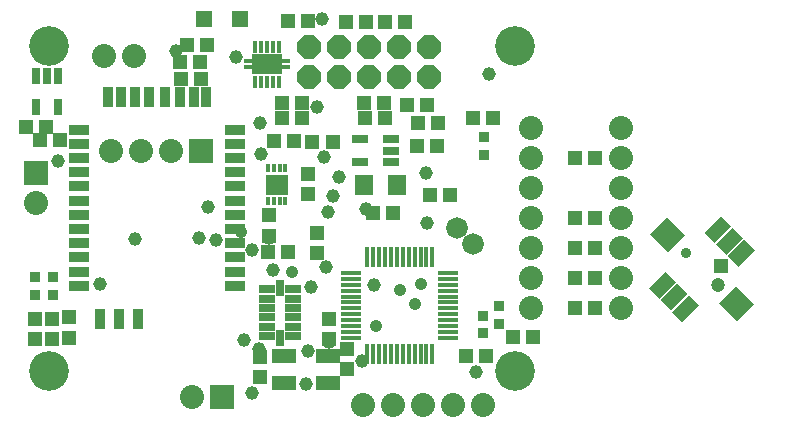
<source format=gts>
G75*
G70*
%OFA0B0*%
%FSLAX24Y24*%
%IPPOS*%
%LPD*%
%AMOC8*
5,1,8,0,0,1.08239X$1,22.5*
%
%ADD10C,0.1320*%
%ADD11R,0.0690X0.0178*%
%ADD12R,0.0178X0.0690*%
%ADD13R,0.0277X0.0532*%
%ADD14C,0.0800*%
%ADD15R,0.0493X0.0454*%
%ADD16R,0.0177X0.0395*%
%ADD17R,0.1005X0.0710*%
%ADD18R,0.0336X0.0170*%
%ADD19R,0.0572X0.0572*%
%ADD20R,0.0118X0.0315*%
%ADD21R,0.0740X0.0681*%
%ADD22R,0.0454X0.0493*%
%ADD23R,0.0532X0.0277*%
%ADD24R,0.0611X0.0690*%
%ADD25OC8,0.0800*%
%ADD26R,0.0532X0.0257*%
%ADD27R,0.0257X0.0532*%
%ADD28R,0.0808X0.0493*%
%ADD29R,0.0690X0.0375*%
%ADD30R,0.0375X0.0690*%
%ADD31R,0.0375X0.0375*%
%ADD32C,0.0720*%
%ADD33R,0.0788X0.0493*%
%ADD34R,0.0808X0.0847*%
%ADD35C,0.0355*%
%ADD36C,0.0473*%
%ADD37R,0.0800X0.0800*%
%ADD38C,0.0456*%
%ADD39C,0.0420*%
%ADD40R,0.0456X0.0456*%
D10*
X001568Y002198D03*
X001568Y013025D03*
X017119Y013025D03*
X017119Y002198D03*
D11*
X014879Y003286D03*
X014879Y003483D03*
X014879Y003680D03*
X014879Y003877D03*
X014879Y004074D03*
X014879Y004271D03*
X014879Y004467D03*
X014879Y004664D03*
X014879Y004861D03*
X014879Y005058D03*
X014879Y005255D03*
X014879Y005452D03*
X011651Y005452D03*
X011651Y005255D03*
X011651Y005058D03*
X011651Y004861D03*
X011651Y004664D03*
X011651Y004467D03*
X011651Y004271D03*
X011651Y004074D03*
X011651Y003877D03*
X011651Y003680D03*
X011651Y003483D03*
X011651Y003286D03*
D12*
X012182Y002755D03*
X012379Y002755D03*
X012576Y002755D03*
X012773Y002755D03*
X012970Y002755D03*
X013166Y002755D03*
X013363Y002755D03*
X013560Y002755D03*
X013757Y002755D03*
X013954Y002755D03*
X014151Y002755D03*
X014348Y002755D03*
X014348Y005983D03*
X014151Y005983D03*
X013954Y005983D03*
X013757Y005983D03*
X013560Y005983D03*
X013363Y005983D03*
X013166Y005983D03*
X012970Y005983D03*
X012773Y005983D03*
X012576Y005983D03*
X012379Y005983D03*
X012182Y005983D03*
D13*
X001877Y010998D03*
X001129Y010998D03*
X001129Y012022D03*
X001503Y012022D03*
X001877Y012022D03*
D14*
X003388Y012683D03*
X004388Y012683D03*
X004625Y009525D03*
X003625Y009525D03*
X005625Y009525D03*
X001125Y007775D03*
X006325Y001325D03*
X012051Y001056D03*
X013051Y001056D03*
X014051Y001056D03*
X015051Y001056D03*
X016051Y001056D03*
X017625Y004275D03*
X017625Y005275D03*
X017625Y006275D03*
X017625Y007275D03*
X017625Y008275D03*
X017625Y009275D03*
X017625Y010275D03*
X020625Y010275D03*
X020625Y009275D03*
X020625Y008275D03*
X020625Y007275D03*
X020625Y006275D03*
X020625Y005275D03*
X020625Y004275D03*
D15*
X019760Y004275D03*
X019090Y004275D03*
X019090Y005275D03*
X019760Y005275D03*
X019760Y006275D03*
X019090Y006275D03*
X019090Y007275D03*
X019760Y007275D03*
X019760Y009275D03*
X019090Y009275D03*
X016360Y010625D03*
X015690Y010625D03*
X014535Y010447D03*
X013866Y010447D03*
X014167Y011049D03*
X013498Y011049D03*
X012753Y011125D03*
X012764Y010617D03*
X012095Y010617D03*
X012083Y011125D03*
X011021Y009817D03*
X010352Y009817D03*
X009726Y009848D03*
X009057Y009848D03*
X009327Y010609D03*
X009347Y011127D03*
X010016Y011127D03*
X009997Y010609D03*
X006847Y013037D03*
X006620Y012499D03*
X006650Y011921D03*
X005980Y011921D03*
X005950Y012499D03*
X006178Y013037D03*
X009523Y013860D03*
X010192Y013860D03*
X011469Y013823D03*
X012138Y013823D03*
X012759Y013833D03*
X013429Y013833D03*
X013849Y009699D03*
X014518Y009699D03*
X014276Y008050D03*
X014945Y008050D03*
X013025Y007464D03*
X012356Y007464D03*
X009547Y006164D03*
X008878Y006164D03*
X015462Y002674D03*
X016131Y002674D03*
X017021Y003333D03*
X017691Y003333D03*
X001938Y009871D03*
X001268Y009871D03*
X001476Y010330D03*
X000807Y010330D03*
D16*
X008443Y011831D03*
X008640Y011831D03*
X008837Y011831D03*
X009033Y011831D03*
X009230Y011831D03*
X009230Y012993D03*
X009033Y012993D03*
X008837Y012993D03*
X008640Y012993D03*
X008443Y012993D03*
D17*
X008837Y012412D03*
D18*
X009427Y012510D03*
X009427Y012314D03*
X008246Y012314D03*
X008246Y012510D03*
D19*
X007931Y013921D03*
X006750Y013921D03*
D20*
X008861Y008944D03*
X009058Y008944D03*
X009255Y008944D03*
X009452Y008944D03*
X009452Y008944D03*
X009452Y007842D03*
X009255Y007842D03*
X009058Y007842D03*
X008861Y007842D03*
D21*
X009157Y008393D03*
D22*
X010211Y008088D03*
X010211Y008758D03*
X008903Y007368D03*
X008903Y006699D03*
X010496Y006791D03*
X010496Y006121D03*
X010903Y003919D03*
X010903Y003250D03*
X011517Y002915D03*
X011517Y002246D03*
X008590Y001989D03*
X008590Y002658D03*
X002242Y003299D03*
X001684Y003256D03*
X001096Y003251D03*
X001096Y003920D03*
X001684Y003925D03*
X002242Y003969D03*
D23*
X011953Y009156D03*
X011953Y009904D03*
X012977Y009904D03*
X012977Y009530D03*
X012977Y009156D03*
D24*
X013157Y008392D03*
X012055Y008392D03*
D25*
X012225Y011978D03*
X011225Y011978D03*
X010225Y011978D03*
X010225Y012978D03*
X011225Y012978D03*
X012225Y012978D03*
X013225Y012978D03*
X014225Y012978D03*
X014225Y011978D03*
X013225Y011978D03*
D26*
X009709Y004913D03*
X009709Y004598D03*
X009709Y004283D03*
X009709Y003968D03*
X009709Y003653D03*
X009709Y003338D03*
X008843Y003338D03*
X008843Y003653D03*
X008843Y003968D03*
X008843Y004283D03*
X008843Y004598D03*
X008843Y004913D03*
D27*
X009276Y004952D03*
X009276Y003299D03*
D28*
X009403Y002674D03*
X009403Y001768D03*
X010860Y001768D03*
X010860Y002674D03*
D29*
X007773Y005027D03*
X007773Y005499D03*
X007773Y005971D03*
X007773Y006444D03*
X007773Y006916D03*
X007773Y007389D03*
X007773Y007861D03*
X007773Y008334D03*
X007773Y008806D03*
X007773Y009279D03*
X007773Y009751D03*
X007773Y010223D03*
X002577Y010223D03*
X002577Y009751D03*
X002577Y009279D03*
X002577Y008806D03*
X002577Y008334D03*
X002577Y007861D03*
X002577Y007389D03*
X002577Y006916D03*
X002577Y006444D03*
X002577Y005971D03*
X002577Y005499D03*
X002577Y005027D03*
D30*
X003285Y003924D03*
X003915Y003924D03*
X004545Y003924D03*
X004427Y011326D03*
X004899Y011326D03*
X005451Y011326D03*
X005923Y011326D03*
X006395Y011326D03*
X006798Y011326D03*
X003955Y011326D03*
X003552Y011326D03*
D31*
X001699Y005313D03*
X001699Y004722D03*
X001092Y004733D03*
X001092Y005324D03*
X016053Y004025D03*
X016557Y003761D03*
X016053Y003435D03*
X016557Y004352D03*
X016075Y009380D03*
X016075Y009970D03*
D32*
X015165Y006950D03*
X015696Y006414D03*
D33*
G36*
X022462Y005150D02*
X021906Y004594D01*
X021558Y004942D01*
X022114Y005498D01*
X022462Y005150D01*
G37*
G36*
X022851Y004760D02*
X022295Y004204D01*
X021947Y004552D01*
X022503Y005108D01*
X022851Y004760D01*
G37*
G36*
X023241Y004371D02*
X022685Y003815D01*
X022337Y004163D01*
X022893Y004719D01*
X023241Y004371D01*
G37*
G36*
X025092Y006222D02*
X024536Y005666D01*
X024188Y006014D01*
X024744Y006570D01*
X025092Y006222D01*
G37*
G36*
X024703Y006612D02*
X024147Y006056D01*
X023799Y006404D01*
X024355Y006960D01*
X024703Y006612D01*
G37*
G36*
X024313Y007001D02*
X023757Y006445D01*
X023409Y006793D01*
X023965Y007349D01*
X024313Y007001D01*
G37*
D34*
G36*
X022759Y006719D02*
X022188Y006148D01*
X021591Y006745D01*
X022162Y007316D01*
X022759Y006719D01*
G37*
G36*
X025059Y004419D02*
X024488Y003848D01*
X023891Y004445D01*
X024462Y005016D01*
X025059Y004419D01*
G37*
D35*
X022796Y006111D03*
D36*
X023854Y005053D03*
D37*
X007325Y001325D03*
X001125Y008775D03*
X006625Y009525D03*
D38*
X008622Y009409D03*
X008605Y010455D03*
X010494Y010974D03*
X010733Y009318D03*
X011227Y008634D03*
X011023Y008026D03*
X010874Y007496D03*
X012139Y007578D03*
X014173Y007130D03*
X014139Y008795D03*
X016248Y012082D03*
X010683Y013932D03*
X007805Y012655D03*
X005814Y012863D03*
X001883Y009176D03*
X004425Y006575D03*
X003275Y005075D03*
X006575Y006625D03*
X007144Y006545D03*
X006871Y007641D03*
X008346Y006205D03*
X008889Y006606D03*
X009047Y005566D03*
X010316Y004997D03*
X010789Y005656D03*
X012394Y005041D03*
X010894Y003163D03*
X010194Y002863D03*
X010126Y001735D03*
X008587Y002911D03*
X008072Y003222D03*
X008335Y001446D03*
X011994Y002506D03*
X015794Y002163D03*
X009155Y008355D03*
D39*
X007975Y006825D03*
X009675Y005475D03*
X012475Y003675D03*
X013775Y004425D03*
X013275Y004875D03*
X013975Y005075D03*
D40*
X023975Y005675D03*
M02*

</source>
